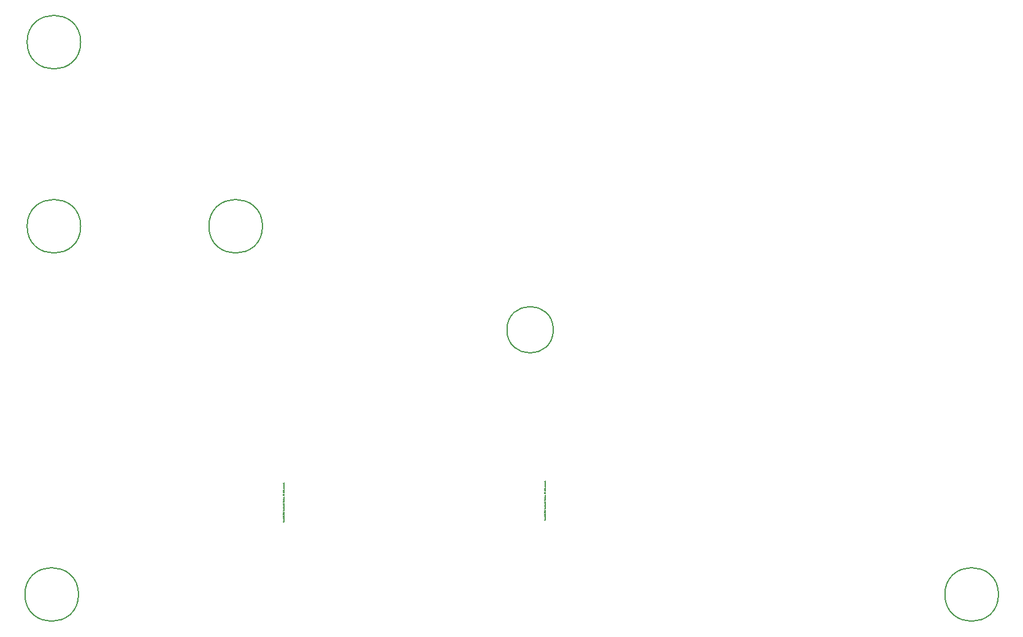
<source format=gbr>
%TF.GenerationSoftware,KiCad,Pcbnew,(6.0.6)*%
%TF.CreationDate,2022-08-05T23:41:31-04:00*%
%TF.ProjectId,BBB_16,4242425f-3136-42e6-9b69-6361645f7063,v2.1*%
%TF.SameCoordinates,Original*%
%TF.FileFunction,Other,Comment*%
%FSLAX46Y46*%
G04 Gerber Fmt 4.6, Leading zero omitted, Abs format (unit mm)*
G04 Created by KiCad (PCBNEW (6.0.6)) date 2022-08-05 23:41:31*
%MOMM*%
%LPD*%
G01*
G04 APERTURE LIST*
%ADD10C,0.002000*%
%ADD11C,0.150000*%
G04 APERTURE END LIST*
D10*
%TO.C,U4*%
X149230357Y-106785633D02*
X149236404Y-106791680D01*
X149242452Y-106809823D01*
X149242452Y-106821919D01*
X149236404Y-106840061D01*
X149224309Y-106852157D01*
X149212214Y-106858204D01*
X149188023Y-106864252D01*
X149169880Y-106864252D01*
X149145690Y-106858204D01*
X149133595Y-106852157D01*
X149121500Y-106840061D01*
X149115452Y-106821919D01*
X149115452Y-106809823D01*
X149121500Y-106791680D01*
X149127547Y-106785633D01*
X149242452Y-106713061D02*
X149236404Y-106725157D01*
X149230357Y-106731204D01*
X149218261Y-106737252D01*
X149181976Y-106737252D01*
X149169880Y-106731204D01*
X149163833Y-106725157D01*
X149157785Y-106713061D01*
X149157785Y-106694919D01*
X149163833Y-106682823D01*
X149169880Y-106676776D01*
X149181976Y-106670728D01*
X149218261Y-106670728D01*
X149230357Y-106676776D01*
X149236404Y-106682823D01*
X149242452Y-106694919D01*
X149242452Y-106713061D01*
X149157785Y-106616300D02*
X149284785Y-106616300D01*
X149163833Y-106616300D02*
X149157785Y-106604204D01*
X149157785Y-106580014D01*
X149163833Y-106567919D01*
X149169880Y-106561871D01*
X149181976Y-106555823D01*
X149218261Y-106555823D01*
X149230357Y-106561871D01*
X149236404Y-106567919D01*
X149242452Y-106580014D01*
X149242452Y-106604204D01*
X149236404Y-106616300D01*
X149157785Y-106513490D02*
X149242452Y-106483252D01*
X149157785Y-106453014D02*
X149242452Y-106483252D01*
X149272690Y-106495347D01*
X149278738Y-106501395D01*
X149284785Y-106513490D01*
X149242452Y-106404633D02*
X149157785Y-106404633D01*
X149181976Y-106404633D02*
X149169880Y-106398585D01*
X149163833Y-106392538D01*
X149157785Y-106380442D01*
X149157785Y-106368347D01*
X149242452Y-106326014D02*
X149157785Y-106326014D01*
X149115452Y-106326014D02*
X149121500Y-106332061D01*
X149127547Y-106326014D01*
X149121500Y-106319966D01*
X149115452Y-106326014D01*
X149127547Y-106326014D01*
X149157785Y-106211109D02*
X149260595Y-106211109D01*
X149272690Y-106217157D01*
X149278738Y-106223204D01*
X149284785Y-106235300D01*
X149284785Y-106253442D01*
X149278738Y-106265538D01*
X149236404Y-106211109D02*
X149242452Y-106223204D01*
X149242452Y-106247395D01*
X149236404Y-106259490D01*
X149230357Y-106265538D01*
X149218261Y-106271585D01*
X149181976Y-106271585D01*
X149169880Y-106265538D01*
X149163833Y-106259490D01*
X149157785Y-106247395D01*
X149157785Y-106223204D01*
X149163833Y-106211109D01*
X149242452Y-106150633D02*
X149115452Y-106150633D01*
X149242452Y-106096204D02*
X149175928Y-106096204D01*
X149163833Y-106102252D01*
X149157785Y-106114347D01*
X149157785Y-106132490D01*
X149163833Y-106144585D01*
X149169880Y-106150633D01*
X149157785Y-106053871D02*
X149157785Y-106005490D01*
X149115452Y-106035728D02*
X149224309Y-106035728D01*
X149236404Y-106029680D01*
X149242452Y-106017585D01*
X149242452Y-106005490D01*
X149127547Y-105872442D02*
X149121500Y-105866395D01*
X149115452Y-105854300D01*
X149115452Y-105824061D01*
X149121500Y-105811966D01*
X149127547Y-105805919D01*
X149139642Y-105799871D01*
X149151738Y-105799871D01*
X149169880Y-105805919D01*
X149242452Y-105878490D01*
X149242452Y-105799871D01*
X149115452Y-105721252D02*
X149115452Y-105709157D01*
X149121500Y-105697061D01*
X149127547Y-105691014D01*
X149139642Y-105684966D01*
X149163833Y-105678919D01*
X149194071Y-105678919D01*
X149218261Y-105684966D01*
X149230357Y-105691014D01*
X149236404Y-105697061D01*
X149242452Y-105709157D01*
X149242452Y-105721252D01*
X149236404Y-105733347D01*
X149230357Y-105739395D01*
X149218261Y-105745442D01*
X149194071Y-105751490D01*
X149163833Y-105751490D01*
X149139642Y-105745442D01*
X149127547Y-105739395D01*
X149121500Y-105733347D01*
X149115452Y-105721252D01*
X149242452Y-105557966D02*
X149242452Y-105630538D01*
X149242452Y-105594252D02*
X149115452Y-105594252D01*
X149133595Y-105606347D01*
X149145690Y-105618442D01*
X149151738Y-105630538D01*
X149115452Y-105449109D02*
X149115452Y-105473300D01*
X149121500Y-105485395D01*
X149127547Y-105491442D01*
X149145690Y-105503538D01*
X149169880Y-105509585D01*
X149218261Y-105509585D01*
X149230357Y-105503538D01*
X149236404Y-105497490D01*
X149242452Y-105485395D01*
X149242452Y-105461204D01*
X149236404Y-105449109D01*
X149230357Y-105443061D01*
X149218261Y-105437014D01*
X149188023Y-105437014D01*
X149175928Y-105443061D01*
X149169880Y-105449109D01*
X149163833Y-105461204D01*
X149163833Y-105485395D01*
X149169880Y-105497490D01*
X149175928Y-105503538D01*
X149188023Y-105509585D01*
X149206166Y-105291871D02*
X149206166Y-105231395D01*
X149242452Y-105303966D02*
X149115452Y-105261633D01*
X149242452Y-105219300D01*
X149236404Y-105122538D02*
X149242452Y-105134633D01*
X149242452Y-105158823D01*
X149236404Y-105170919D01*
X149230357Y-105176966D01*
X149218261Y-105183014D01*
X149181976Y-105183014D01*
X149169880Y-105176966D01*
X149163833Y-105170919D01*
X149157785Y-105158823D01*
X149157785Y-105134633D01*
X149163833Y-105122538D01*
X149236404Y-105013680D02*
X149242452Y-105025776D01*
X149242452Y-105049966D01*
X149236404Y-105062061D01*
X149230357Y-105068109D01*
X149218261Y-105074157D01*
X149181976Y-105074157D01*
X149169880Y-105068109D01*
X149163833Y-105062061D01*
X149157785Y-105049966D01*
X149157785Y-105025776D01*
X149163833Y-105013680D01*
X149236404Y-104910871D02*
X149242452Y-104922966D01*
X149242452Y-104947157D01*
X149236404Y-104959252D01*
X149224309Y-104965300D01*
X149175928Y-104965300D01*
X149163833Y-104959252D01*
X149157785Y-104947157D01*
X149157785Y-104922966D01*
X149163833Y-104910871D01*
X149175928Y-104904823D01*
X149188023Y-104904823D01*
X149200119Y-104965300D01*
X149242452Y-104832252D02*
X149236404Y-104844347D01*
X149224309Y-104850395D01*
X149115452Y-104850395D01*
X149236404Y-104735490D02*
X149242452Y-104747585D01*
X149242452Y-104771776D01*
X149236404Y-104783871D01*
X149224309Y-104789919D01*
X149175928Y-104789919D01*
X149163833Y-104783871D01*
X149157785Y-104771776D01*
X149157785Y-104747585D01*
X149163833Y-104735490D01*
X149175928Y-104729442D01*
X149188023Y-104729442D01*
X149200119Y-104789919D01*
X149242452Y-104675014D02*
X149157785Y-104675014D01*
X149181976Y-104675014D02*
X149169880Y-104668966D01*
X149163833Y-104662919D01*
X149157785Y-104650823D01*
X149157785Y-104638728D01*
X149242452Y-104541966D02*
X149175928Y-104541966D01*
X149163833Y-104548014D01*
X149157785Y-104560109D01*
X149157785Y-104584300D01*
X149163833Y-104596395D01*
X149236404Y-104541966D02*
X149242452Y-104554061D01*
X149242452Y-104584300D01*
X149236404Y-104596395D01*
X149224309Y-104602442D01*
X149212214Y-104602442D01*
X149200119Y-104596395D01*
X149194071Y-104584300D01*
X149194071Y-104554061D01*
X149188023Y-104541966D01*
X149157785Y-104499633D02*
X149157785Y-104451252D01*
X149115452Y-104481490D02*
X149224309Y-104481490D01*
X149236404Y-104475442D01*
X149242452Y-104463347D01*
X149242452Y-104451252D01*
X149236404Y-104360538D02*
X149242452Y-104372633D01*
X149242452Y-104396823D01*
X149236404Y-104408919D01*
X149224309Y-104414966D01*
X149175928Y-104414966D01*
X149163833Y-104408919D01*
X149157785Y-104396823D01*
X149157785Y-104372633D01*
X149163833Y-104360538D01*
X149175928Y-104354490D01*
X149188023Y-104354490D01*
X149200119Y-104414966D01*
X149242452Y-104245633D02*
X149115452Y-104245633D01*
X149236404Y-104245633D02*
X149242452Y-104257728D01*
X149242452Y-104281919D01*
X149236404Y-104294014D01*
X149230357Y-104300061D01*
X149218261Y-104306109D01*
X149181976Y-104306109D01*
X149169880Y-104300061D01*
X149163833Y-104294014D01*
X149157785Y-104281919D01*
X149157785Y-104257728D01*
X149163833Y-104245633D01*
X149242452Y-104088395D02*
X149115452Y-104088395D01*
X149115452Y-104058157D01*
X149121500Y-104040014D01*
X149133595Y-104027919D01*
X149145690Y-104021871D01*
X149169880Y-104015823D01*
X149188023Y-104015823D01*
X149212214Y-104021871D01*
X149224309Y-104027919D01*
X149236404Y-104040014D01*
X149242452Y-104058157D01*
X149242452Y-104088395D01*
X149236404Y-103913014D02*
X149242452Y-103925109D01*
X149242452Y-103949300D01*
X149236404Y-103961395D01*
X149224309Y-103967442D01*
X149175928Y-103967442D01*
X149163833Y-103961395D01*
X149157785Y-103949300D01*
X149157785Y-103925109D01*
X149163833Y-103913014D01*
X149175928Y-103906966D01*
X149188023Y-103906966D01*
X149200119Y-103967442D01*
X149236404Y-103858585D02*
X149242452Y-103846490D01*
X149242452Y-103822300D01*
X149236404Y-103810204D01*
X149224309Y-103804157D01*
X149218261Y-103804157D01*
X149206166Y-103810204D01*
X149200119Y-103822300D01*
X149200119Y-103840442D01*
X149194071Y-103852538D01*
X149181976Y-103858585D01*
X149175928Y-103858585D01*
X149163833Y-103852538D01*
X149157785Y-103840442D01*
X149157785Y-103822300D01*
X149163833Y-103810204D01*
X149242452Y-103749728D02*
X149157785Y-103749728D01*
X149115452Y-103749728D02*
X149121500Y-103755776D01*
X149127547Y-103749728D01*
X149121500Y-103743680D01*
X149115452Y-103749728D01*
X149127547Y-103749728D01*
X149157785Y-103634823D02*
X149260595Y-103634823D01*
X149272690Y-103640871D01*
X149278738Y-103646919D01*
X149284785Y-103659014D01*
X149284785Y-103677157D01*
X149278738Y-103689252D01*
X149236404Y-103634823D02*
X149242452Y-103646919D01*
X149242452Y-103671109D01*
X149236404Y-103683204D01*
X149230357Y-103689252D01*
X149218261Y-103695300D01*
X149181976Y-103695300D01*
X149169880Y-103689252D01*
X149163833Y-103683204D01*
X149157785Y-103671109D01*
X149157785Y-103646919D01*
X149163833Y-103634823D01*
X149157785Y-103574347D02*
X149242452Y-103574347D01*
X149169880Y-103574347D02*
X149163833Y-103568300D01*
X149157785Y-103556204D01*
X149157785Y-103538061D01*
X149163833Y-103525966D01*
X149175928Y-103519919D01*
X149242452Y-103519919D01*
X149236404Y-103465490D02*
X149242452Y-103453395D01*
X149242452Y-103429204D01*
X149236404Y-103417109D01*
X149224309Y-103411061D01*
X149218261Y-103411061D01*
X149206166Y-103417109D01*
X149200119Y-103429204D01*
X149200119Y-103447347D01*
X149194071Y-103459442D01*
X149181976Y-103465490D01*
X149175928Y-103465490D01*
X149163833Y-103459442D01*
X149157785Y-103447347D01*
X149157785Y-103429204D01*
X149163833Y-103417109D01*
X149230357Y-103356633D02*
X149236404Y-103350585D01*
X149242452Y-103356633D01*
X149236404Y-103362680D01*
X149230357Y-103356633D01*
X149242452Y-103356633D01*
X149206166Y-103205442D02*
X149206166Y-103144966D01*
X149242452Y-103217538D02*
X149115452Y-103175204D01*
X149242452Y-103132871D01*
X149242452Y-103072395D02*
X149236404Y-103084490D01*
X149224309Y-103090538D01*
X149115452Y-103090538D01*
X149242452Y-103005871D02*
X149236404Y-103017966D01*
X149224309Y-103024014D01*
X149115452Y-103024014D01*
X149242452Y-102860728D02*
X149157785Y-102860728D01*
X149181976Y-102860728D02*
X149169880Y-102854680D01*
X149163833Y-102848633D01*
X149157785Y-102836538D01*
X149157785Y-102824442D01*
X149242452Y-102782109D02*
X149157785Y-102782109D01*
X149115452Y-102782109D02*
X149121500Y-102788157D01*
X149127547Y-102782109D01*
X149121500Y-102776061D01*
X149115452Y-102782109D01*
X149127547Y-102782109D01*
X149157785Y-102667204D02*
X149260595Y-102667204D01*
X149272690Y-102673252D01*
X149278738Y-102679300D01*
X149284785Y-102691395D01*
X149284785Y-102709538D01*
X149278738Y-102721633D01*
X149236404Y-102667204D02*
X149242452Y-102679300D01*
X149242452Y-102703490D01*
X149236404Y-102715585D01*
X149230357Y-102721633D01*
X149218261Y-102727680D01*
X149181976Y-102727680D01*
X149169880Y-102721633D01*
X149163833Y-102715585D01*
X149157785Y-102703490D01*
X149157785Y-102679300D01*
X149163833Y-102667204D01*
X149242452Y-102606728D02*
X149115452Y-102606728D01*
X149242452Y-102552300D02*
X149175928Y-102552300D01*
X149163833Y-102558347D01*
X149157785Y-102570442D01*
X149157785Y-102588585D01*
X149163833Y-102600680D01*
X149169880Y-102606728D01*
X149157785Y-102509966D02*
X149157785Y-102461585D01*
X149115452Y-102491823D02*
X149224309Y-102491823D01*
X149236404Y-102485776D01*
X149242452Y-102473680D01*
X149242452Y-102461585D01*
X149236404Y-102425300D02*
X149242452Y-102413204D01*
X149242452Y-102389014D01*
X149236404Y-102376919D01*
X149224309Y-102370871D01*
X149218261Y-102370871D01*
X149206166Y-102376919D01*
X149200119Y-102389014D01*
X149200119Y-102407157D01*
X149194071Y-102419252D01*
X149181976Y-102425300D01*
X149175928Y-102425300D01*
X149163833Y-102419252D01*
X149157785Y-102407157D01*
X149157785Y-102389014D01*
X149163833Y-102376919D01*
X149242452Y-102219680D02*
X149157785Y-102219680D01*
X149181976Y-102219680D02*
X149169880Y-102213633D01*
X149163833Y-102207585D01*
X149157785Y-102195490D01*
X149157785Y-102183395D01*
X149236404Y-102092680D02*
X149242452Y-102104776D01*
X149242452Y-102128966D01*
X149236404Y-102141061D01*
X149224309Y-102147109D01*
X149175928Y-102147109D01*
X149163833Y-102141061D01*
X149157785Y-102128966D01*
X149157785Y-102104776D01*
X149163833Y-102092680D01*
X149175928Y-102086633D01*
X149188023Y-102086633D01*
X149200119Y-102147109D01*
X149236404Y-102038252D02*
X149242452Y-102026157D01*
X149242452Y-102001966D01*
X149236404Y-101989871D01*
X149224309Y-101983823D01*
X149218261Y-101983823D01*
X149206166Y-101989871D01*
X149200119Y-102001966D01*
X149200119Y-102020109D01*
X149194071Y-102032204D01*
X149181976Y-102038252D01*
X149175928Y-102038252D01*
X149163833Y-102032204D01*
X149157785Y-102020109D01*
X149157785Y-102001966D01*
X149163833Y-101989871D01*
X149236404Y-101881014D02*
X149242452Y-101893109D01*
X149242452Y-101917300D01*
X149236404Y-101929395D01*
X149224309Y-101935442D01*
X149175928Y-101935442D01*
X149163833Y-101929395D01*
X149157785Y-101917300D01*
X149157785Y-101893109D01*
X149163833Y-101881014D01*
X149175928Y-101874966D01*
X149188023Y-101874966D01*
X149200119Y-101935442D01*
X149242452Y-101820538D02*
X149157785Y-101820538D01*
X149181976Y-101820538D02*
X149169880Y-101814490D01*
X149163833Y-101808442D01*
X149157785Y-101796347D01*
X149157785Y-101784252D01*
X149157785Y-101754014D02*
X149242452Y-101723776D01*
X149157785Y-101693538D01*
X149236404Y-101596776D02*
X149242452Y-101608871D01*
X149242452Y-101633061D01*
X149236404Y-101645157D01*
X149224309Y-101651204D01*
X149175928Y-101651204D01*
X149163833Y-101645157D01*
X149157785Y-101633061D01*
X149157785Y-101608871D01*
X149163833Y-101596776D01*
X149175928Y-101590728D01*
X149188023Y-101590728D01*
X149200119Y-101651204D01*
X149242452Y-101481871D02*
X149115452Y-101481871D01*
X149236404Y-101481871D02*
X149242452Y-101493966D01*
X149242452Y-101518157D01*
X149236404Y-101530252D01*
X149230357Y-101536300D01*
X149218261Y-101542347D01*
X149181976Y-101542347D01*
X149169880Y-101536300D01*
X149163833Y-101530252D01*
X149157785Y-101518157D01*
X149157785Y-101493966D01*
X149163833Y-101481871D01*
X149230357Y-101421395D02*
X149236404Y-101415347D01*
X149242452Y-101421395D01*
X149236404Y-101427442D01*
X149230357Y-101421395D01*
X149242452Y-101421395D01*
%TO.C,U3*%
X113162357Y-107039633D02*
X113168404Y-107045680D01*
X113174452Y-107063823D01*
X113174452Y-107075919D01*
X113168404Y-107094061D01*
X113156309Y-107106157D01*
X113144214Y-107112204D01*
X113120023Y-107118252D01*
X113101880Y-107118252D01*
X113077690Y-107112204D01*
X113065595Y-107106157D01*
X113053500Y-107094061D01*
X113047452Y-107075919D01*
X113047452Y-107063823D01*
X113053500Y-107045680D01*
X113059547Y-107039633D01*
X113174452Y-106967061D02*
X113168404Y-106979157D01*
X113162357Y-106985204D01*
X113150261Y-106991252D01*
X113113976Y-106991252D01*
X113101880Y-106985204D01*
X113095833Y-106979157D01*
X113089785Y-106967061D01*
X113089785Y-106948919D01*
X113095833Y-106936823D01*
X113101880Y-106930776D01*
X113113976Y-106924728D01*
X113150261Y-106924728D01*
X113162357Y-106930776D01*
X113168404Y-106936823D01*
X113174452Y-106948919D01*
X113174452Y-106967061D01*
X113089785Y-106870300D02*
X113216785Y-106870300D01*
X113095833Y-106870300D02*
X113089785Y-106858204D01*
X113089785Y-106834014D01*
X113095833Y-106821919D01*
X113101880Y-106815871D01*
X113113976Y-106809823D01*
X113150261Y-106809823D01*
X113162357Y-106815871D01*
X113168404Y-106821919D01*
X113174452Y-106834014D01*
X113174452Y-106858204D01*
X113168404Y-106870300D01*
X113089785Y-106767490D02*
X113174452Y-106737252D01*
X113089785Y-106707014D02*
X113174452Y-106737252D01*
X113204690Y-106749347D01*
X113210738Y-106755395D01*
X113216785Y-106767490D01*
X113174452Y-106658633D02*
X113089785Y-106658633D01*
X113113976Y-106658633D02*
X113101880Y-106652585D01*
X113095833Y-106646538D01*
X113089785Y-106634442D01*
X113089785Y-106622347D01*
X113174452Y-106580014D02*
X113089785Y-106580014D01*
X113047452Y-106580014D02*
X113053500Y-106586061D01*
X113059547Y-106580014D01*
X113053500Y-106573966D01*
X113047452Y-106580014D01*
X113059547Y-106580014D01*
X113089785Y-106465109D02*
X113192595Y-106465109D01*
X113204690Y-106471157D01*
X113210738Y-106477204D01*
X113216785Y-106489300D01*
X113216785Y-106507442D01*
X113210738Y-106519538D01*
X113168404Y-106465109D02*
X113174452Y-106477204D01*
X113174452Y-106501395D01*
X113168404Y-106513490D01*
X113162357Y-106519538D01*
X113150261Y-106525585D01*
X113113976Y-106525585D01*
X113101880Y-106519538D01*
X113095833Y-106513490D01*
X113089785Y-106501395D01*
X113089785Y-106477204D01*
X113095833Y-106465109D01*
X113174452Y-106404633D02*
X113047452Y-106404633D01*
X113174452Y-106350204D02*
X113107928Y-106350204D01*
X113095833Y-106356252D01*
X113089785Y-106368347D01*
X113089785Y-106386490D01*
X113095833Y-106398585D01*
X113101880Y-106404633D01*
X113089785Y-106307871D02*
X113089785Y-106259490D01*
X113047452Y-106289728D02*
X113156309Y-106289728D01*
X113168404Y-106283680D01*
X113174452Y-106271585D01*
X113174452Y-106259490D01*
X113059547Y-106126442D02*
X113053500Y-106120395D01*
X113047452Y-106108300D01*
X113047452Y-106078061D01*
X113053500Y-106065966D01*
X113059547Y-106059919D01*
X113071642Y-106053871D01*
X113083738Y-106053871D01*
X113101880Y-106059919D01*
X113174452Y-106132490D01*
X113174452Y-106053871D01*
X113047452Y-105975252D02*
X113047452Y-105963157D01*
X113053500Y-105951061D01*
X113059547Y-105945014D01*
X113071642Y-105938966D01*
X113095833Y-105932919D01*
X113126071Y-105932919D01*
X113150261Y-105938966D01*
X113162357Y-105945014D01*
X113168404Y-105951061D01*
X113174452Y-105963157D01*
X113174452Y-105975252D01*
X113168404Y-105987347D01*
X113162357Y-105993395D01*
X113150261Y-105999442D01*
X113126071Y-106005490D01*
X113095833Y-106005490D01*
X113071642Y-105999442D01*
X113059547Y-105993395D01*
X113053500Y-105987347D01*
X113047452Y-105975252D01*
X113174452Y-105811966D02*
X113174452Y-105884538D01*
X113174452Y-105848252D02*
X113047452Y-105848252D01*
X113065595Y-105860347D01*
X113077690Y-105872442D01*
X113083738Y-105884538D01*
X113047452Y-105703109D02*
X113047452Y-105727300D01*
X113053500Y-105739395D01*
X113059547Y-105745442D01*
X113077690Y-105757538D01*
X113101880Y-105763585D01*
X113150261Y-105763585D01*
X113162357Y-105757538D01*
X113168404Y-105751490D01*
X113174452Y-105739395D01*
X113174452Y-105715204D01*
X113168404Y-105703109D01*
X113162357Y-105697061D01*
X113150261Y-105691014D01*
X113120023Y-105691014D01*
X113107928Y-105697061D01*
X113101880Y-105703109D01*
X113095833Y-105715204D01*
X113095833Y-105739395D01*
X113101880Y-105751490D01*
X113107928Y-105757538D01*
X113120023Y-105763585D01*
X113138166Y-105545871D02*
X113138166Y-105485395D01*
X113174452Y-105557966D02*
X113047452Y-105515633D01*
X113174452Y-105473300D01*
X113168404Y-105376538D02*
X113174452Y-105388633D01*
X113174452Y-105412823D01*
X113168404Y-105424919D01*
X113162357Y-105430966D01*
X113150261Y-105437014D01*
X113113976Y-105437014D01*
X113101880Y-105430966D01*
X113095833Y-105424919D01*
X113089785Y-105412823D01*
X113089785Y-105388633D01*
X113095833Y-105376538D01*
X113168404Y-105267680D02*
X113174452Y-105279776D01*
X113174452Y-105303966D01*
X113168404Y-105316061D01*
X113162357Y-105322109D01*
X113150261Y-105328157D01*
X113113976Y-105328157D01*
X113101880Y-105322109D01*
X113095833Y-105316061D01*
X113089785Y-105303966D01*
X113089785Y-105279776D01*
X113095833Y-105267680D01*
X113168404Y-105164871D02*
X113174452Y-105176966D01*
X113174452Y-105201157D01*
X113168404Y-105213252D01*
X113156309Y-105219300D01*
X113107928Y-105219300D01*
X113095833Y-105213252D01*
X113089785Y-105201157D01*
X113089785Y-105176966D01*
X113095833Y-105164871D01*
X113107928Y-105158823D01*
X113120023Y-105158823D01*
X113132119Y-105219300D01*
X113174452Y-105086252D02*
X113168404Y-105098347D01*
X113156309Y-105104395D01*
X113047452Y-105104395D01*
X113168404Y-104989490D02*
X113174452Y-105001585D01*
X113174452Y-105025776D01*
X113168404Y-105037871D01*
X113156309Y-105043919D01*
X113107928Y-105043919D01*
X113095833Y-105037871D01*
X113089785Y-105025776D01*
X113089785Y-105001585D01*
X113095833Y-104989490D01*
X113107928Y-104983442D01*
X113120023Y-104983442D01*
X113132119Y-105043919D01*
X113174452Y-104929014D02*
X113089785Y-104929014D01*
X113113976Y-104929014D02*
X113101880Y-104922966D01*
X113095833Y-104916919D01*
X113089785Y-104904823D01*
X113089785Y-104892728D01*
X113174452Y-104795966D02*
X113107928Y-104795966D01*
X113095833Y-104802014D01*
X113089785Y-104814109D01*
X113089785Y-104838300D01*
X113095833Y-104850395D01*
X113168404Y-104795966D02*
X113174452Y-104808061D01*
X113174452Y-104838300D01*
X113168404Y-104850395D01*
X113156309Y-104856442D01*
X113144214Y-104856442D01*
X113132119Y-104850395D01*
X113126071Y-104838300D01*
X113126071Y-104808061D01*
X113120023Y-104795966D01*
X113089785Y-104753633D02*
X113089785Y-104705252D01*
X113047452Y-104735490D02*
X113156309Y-104735490D01*
X113168404Y-104729442D01*
X113174452Y-104717347D01*
X113174452Y-104705252D01*
X113168404Y-104614538D02*
X113174452Y-104626633D01*
X113174452Y-104650823D01*
X113168404Y-104662919D01*
X113156309Y-104668966D01*
X113107928Y-104668966D01*
X113095833Y-104662919D01*
X113089785Y-104650823D01*
X113089785Y-104626633D01*
X113095833Y-104614538D01*
X113107928Y-104608490D01*
X113120023Y-104608490D01*
X113132119Y-104668966D01*
X113174452Y-104499633D02*
X113047452Y-104499633D01*
X113168404Y-104499633D02*
X113174452Y-104511728D01*
X113174452Y-104535919D01*
X113168404Y-104548014D01*
X113162357Y-104554061D01*
X113150261Y-104560109D01*
X113113976Y-104560109D01*
X113101880Y-104554061D01*
X113095833Y-104548014D01*
X113089785Y-104535919D01*
X113089785Y-104511728D01*
X113095833Y-104499633D01*
X113174452Y-104342395D02*
X113047452Y-104342395D01*
X113047452Y-104312157D01*
X113053500Y-104294014D01*
X113065595Y-104281919D01*
X113077690Y-104275871D01*
X113101880Y-104269823D01*
X113120023Y-104269823D01*
X113144214Y-104275871D01*
X113156309Y-104281919D01*
X113168404Y-104294014D01*
X113174452Y-104312157D01*
X113174452Y-104342395D01*
X113168404Y-104167014D02*
X113174452Y-104179109D01*
X113174452Y-104203300D01*
X113168404Y-104215395D01*
X113156309Y-104221442D01*
X113107928Y-104221442D01*
X113095833Y-104215395D01*
X113089785Y-104203300D01*
X113089785Y-104179109D01*
X113095833Y-104167014D01*
X113107928Y-104160966D01*
X113120023Y-104160966D01*
X113132119Y-104221442D01*
X113168404Y-104112585D02*
X113174452Y-104100490D01*
X113174452Y-104076300D01*
X113168404Y-104064204D01*
X113156309Y-104058157D01*
X113150261Y-104058157D01*
X113138166Y-104064204D01*
X113132119Y-104076300D01*
X113132119Y-104094442D01*
X113126071Y-104106538D01*
X113113976Y-104112585D01*
X113107928Y-104112585D01*
X113095833Y-104106538D01*
X113089785Y-104094442D01*
X113089785Y-104076300D01*
X113095833Y-104064204D01*
X113174452Y-104003728D02*
X113089785Y-104003728D01*
X113047452Y-104003728D02*
X113053500Y-104009776D01*
X113059547Y-104003728D01*
X113053500Y-103997680D01*
X113047452Y-104003728D01*
X113059547Y-104003728D01*
X113089785Y-103888823D02*
X113192595Y-103888823D01*
X113204690Y-103894871D01*
X113210738Y-103900919D01*
X113216785Y-103913014D01*
X113216785Y-103931157D01*
X113210738Y-103943252D01*
X113168404Y-103888823D02*
X113174452Y-103900919D01*
X113174452Y-103925109D01*
X113168404Y-103937204D01*
X113162357Y-103943252D01*
X113150261Y-103949300D01*
X113113976Y-103949300D01*
X113101880Y-103943252D01*
X113095833Y-103937204D01*
X113089785Y-103925109D01*
X113089785Y-103900919D01*
X113095833Y-103888823D01*
X113089785Y-103828347D02*
X113174452Y-103828347D01*
X113101880Y-103828347D02*
X113095833Y-103822300D01*
X113089785Y-103810204D01*
X113089785Y-103792061D01*
X113095833Y-103779966D01*
X113107928Y-103773919D01*
X113174452Y-103773919D01*
X113168404Y-103719490D02*
X113174452Y-103707395D01*
X113174452Y-103683204D01*
X113168404Y-103671109D01*
X113156309Y-103665061D01*
X113150261Y-103665061D01*
X113138166Y-103671109D01*
X113132119Y-103683204D01*
X113132119Y-103701347D01*
X113126071Y-103713442D01*
X113113976Y-103719490D01*
X113107928Y-103719490D01*
X113095833Y-103713442D01*
X113089785Y-103701347D01*
X113089785Y-103683204D01*
X113095833Y-103671109D01*
X113162357Y-103610633D02*
X113168404Y-103604585D01*
X113174452Y-103610633D01*
X113168404Y-103616680D01*
X113162357Y-103610633D01*
X113174452Y-103610633D01*
X113138166Y-103459442D02*
X113138166Y-103398966D01*
X113174452Y-103471538D02*
X113047452Y-103429204D01*
X113174452Y-103386871D01*
X113174452Y-103326395D02*
X113168404Y-103338490D01*
X113156309Y-103344538D01*
X113047452Y-103344538D01*
X113174452Y-103259871D02*
X113168404Y-103271966D01*
X113156309Y-103278014D01*
X113047452Y-103278014D01*
X113174452Y-103114728D02*
X113089785Y-103114728D01*
X113113976Y-103114728D02*
X113101880Y-103108680D01*
X113095833Y-103102633D01*
X113089785Y-103090538D01*
X113089785Y-103078442D01*
X113174452Y-103036109D02*
X113089785Y-103036109D01*
X113047452Y-103036109D02*
X113053500Y-103042157D01*
X113059547Y-103036109D01*
X113053500Y-103030061D01*
X113047452Y-103036109D01*
X113059547Y-103036109D01*
X113089785Y-102921204D02*
X113192595Y-102921204D01*
X113204690Y-102927252D01*
X113210738Y-102933300D01*
X113216785Y-102945395D01*
X113216785Y-102963538D01*
X113210738Y-102975633D01*
X113168404Y-102921204D02*
X113174452Y-102933300D01*
X113174452Y-102957490D01*
X113168404Y-102969585D01*
X113162357Y-102975633D01*
X113150261Y-102981680D01*
X113113976Y-102981680D01*
X113101880Y-102975633D01*
X113095833Y-102969585D01*
X113089785Y-102957490D01*
X113089785Y-102933300D01*
X113095833Y-102921204D01*
X113174452Y-102860728D02*
X113047452Y-102860728D01*
X113174452Y-102806300D02*
X113107928Y-102806300D01*
X113095833Y-102812347D01*
X113089785Y-102824442D01*
X113089785Y-102842585D01*
X113095833Y-102854680D01*
X113101880Y-102860728D01*
X113089785Y-102763966D02*
X113089785Y-102715585D01*
X113047452Y-102745823D02*
X113156309Y-102745823D01*
X113168404Y-102739776D01*
X113174452Y-102727680D01*
X113174452Y-102715585D01*
X113168404Y-102679300D02*
X113174452Y-102667204D01*
X113174452Y-102643014D01*
X113168404Y-102630919D01*
X113156309Y-102624871D01*
X113150261Y-102624871D01*
X113138166Y-102630919D01*
X113132119Y-102643014D01*
X113132119Y-102661157D01*
X113126071Y-102673252D01*
X113113976Y-102679300D01*
X113107928Y-102679300D01*
X113095833Y-102673252D01*
X113089785Y-102661157D01*
X113089785Y-102643014D01*
X113095833Y-102630919D01*
X113174452Y-102473680D02*
X113089785Y-102473680D01*
X113113976Y-102473680D02*
X113101880Y-102467633D01*
X113095833Y-102461585D01*
X113089785Y-102449490D01*
X113089785Y-102437395D01*
X113168404Y-102346680D02*
X113174452Y-102358776D01*
X113174452Y-102382966D01*
X113168404Y-102395061D01*
X113156309Y-102401109D01*
X113107928Y-102401109D01*
X113095833Y-102395061D01*
X113089785Y-102382966D01*
X113089785Y-102358776D01*
X113095833Y-102346680D01*
X113107928Y-102340633D01*
X113120023Y-102340633D01*
X113132119Y-102401109D01*
X113168404Y-102292252D02*
X113174452Y-102280157D01*
X113174452Y-102255966D01*
X113168404Y-102243871D01*
X113156309Y-102237823D01*
X113150261Y-102237823D01*
X113138166Y-102243871D01*
X113132119Y-102255966D01*
X113132119Y-102274109D01*
X113126071Y-102286204D01*
X113113976Y-102292252D01*
X113107928Y-102292252D01*
X113095833Y-102286204D01*
X113089785Y-102274109D01*
X113089785Y-102255966D01*
X113095833Y-102243871D01*
X113168404Y-102135014D02*
X113174452Y-102147109D01*
X113174452Y-102171300D01*
X113168404Y-102183395D01*
X113156309Y-102189442D01*
X113107928Y-102189442D01*
X113095833Y-102183395D01*
X113089785Y-102171300D01*
X113089785Y-102147109D01*
X113095833Y-102135014D01*
X113107928Y-102128966D01*
X113120023Y-102128966D01*
X113132119Y-102189442D01*
X113174452Y-102074538D02*
X113089785Y-102074538D01*
X113113976Y-102074538D02*
X113101880Y-102068490D01*
X113095833Y-102062442D01*
X113089785Y-102050347D01*
X113089785Y-102038252D01*
X113089785Y-102008014D02*
X113174452Y-101977776D01*
X113089785Y-101947538D01*
X113168404Y-101850776D02*
X113174452Y-101862871D01*
X113174452Y-101887061D01*
X113168404Y-101899157D01*
X113156309Y-101905204D01*
X113107928Y-101905204D01*
X113095833Y-101899157D01*
X113089785Y-101887061D01*
X113089785Y-101862871D01*
X113095833Y-101850776D01*
X113107928Y-101844728D01*
X113120023Y-101844728D01*
X113132119Y-101905204D01*
X113174452Y-101735871D02*
X113047452Y-101735871D01*
X113168404Y-101735871D02*
X113174452Y-101747966D01*
X113174452Y-101772157D01*
X113168404Y-101784252D01*
X113162357Y-101790300D01*
X113150261Y-101796347D01*
X113113976Y-101796347D01*
X113101880Y-101790300D01*
X113095833Y-101784252D01*
X113089785Y-101772157D01*
X113089785Y-101747966D01*
X113095833Y-101735871D01*
X113162357Y-101675395D02*
X113168404Y-101669347D01*
X113174452Y-101675395D01*
X113168404Y-101681442D01*
X113162357Y-101675395D01*
X113174452Y-101675395D01*
D11*
%TO.C,REF\u002A\u002A*%
X85127600Y-66318600D02*
G75*
G03*
X85127600Y-66318600I-3700000J0D01*
G01*
X110227600Y-66318600D02*
G75*
G03*
X110227600Y-66318600I-3700000J0D01*
G01*
X84827600Y-117118600D02*
G75*
G03*
X84827600Y-117118600I-3700000J0D01*
G01*
X211827600Y-117118600D02*
G75*
G03*
X211827600Y-117118600I-3700000J0D01*
G01*
%TO.C,S2*%
X150367000Y-80599800D02*
G75*
G03*
X150367000Y-80599800I-3200000J0D01*
G01*
%TO.C,REF\u002A\u002A*%
X85127600Y-40918600D02*
G75*
G03*
X85127600Y-40918600I-3700000J0D01*
G01*
%TD*%
M02*

</source>
